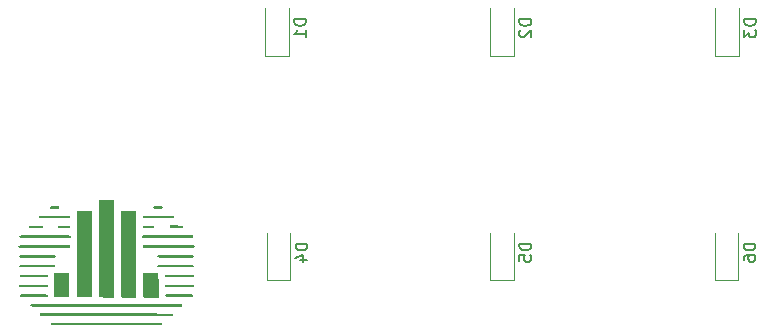
<source format=gbr>
%TF.GenerationSoftware,KiCad,Pcbnew,8.0.0*%
%TF.CreationDate,2024-03-12T01:41:40-04:00*%
%TF.ProjectId,mediaKeeb_V1,6d656469-614b-4656-9562-5f56312e6b69,rev?*%
%TF.SameCoordinates,Original*%
%TF.FileFunction,Legend,Bot*%
%TF.FilePolarity,Positive*%
%FSLAX46Y46*%
G04 Gerber Fmt 4.6, Leading zero omitted, Abs format (unit mm)*
G04 Created by KiCad (PCBNEW 8.0.0) date 2024-03-12 01:41:40*
%MOMM*%
%LPD*%
G01*
G04 APERTURE LIST*
%ADD10C,0.150000*%
%ADD11C,0.000000*%
%ADD12C,0.120000*%
G04 APERTURE END LIST*
D10*
X130036069Y-87611905D02*
X129036069Y-87611905D01*
X129036069Y-87611905D02*
X129036069Y-87850000D01*
X129036069Y-87850000D02*
X129083688Y-87992857D01*
X129083688Y-87992857D02*
X129178926Y-88088095D01*
X129178926Y-88088095D02*
X129274164Y-88135714D01*
X129274164Y-88135714D02*
X129464640Y-88183333D01*
X129464640Y-88183333D02*
X129607497Y-88183333D01*
X129607497Y-88183333D02*
X129797973Y-88135714D01*
X129797973Y-88135714D02*
X129893211Y-88088095D01*
X129893211Y-88088095D02*
X129988450Y-87992857D01*
X129988450Y-87992857D02*
X130036069Y-87850000D01*
X130036069Y-87850000D02*
X130036069Y-87611905D01*
X129369402Y-89040476D02*
X130036069Y-89040476D01*
X128988450Y-88802381D02*
X129702735Y-88564286D01*
X129702735Y-88564286D02*
X129702735Y-89183333D01*
X167963569Y-87611905D02*
X166963569Y-87611905D01*
X166963569Y-87611905D02*
X166963569Y-87850000D01*
X166963569Y-87850000D02*
X167011188Y-87992857D01*
X167011188Y-87992857D02*
X167106426Y-88088095D01*
X167106426Y-88088095D02*
X167201664Y-88135714D01*
X167201664Y-88135714D02*
X167392140Y-88183333D01*
X167392140Y-88183333D02*
X167534997Y-88183333D01*
X167534997Y-88183333D02*
X167725473Y-88135714D01*
X167725473Y-88135714D02*
X167820711Y-88088095D01*
X167820711Y-88088095D02*
X167915950Y-87992857D01*
X167915950Y-87992857D02*
X167963569Y-87850000D01*
X167963569Y-87850000D02*
X167963569Y-87611905D01*
X166963569Y-89040476D02*
X166963569Y-88850000D01*
X166963569Y-88850000D02*
X167011188Y-88754762D01*
X167011188Y-88754762D02*
X167058807Y-88707143D01*
X167058807Y-88707143D02*
X167201664Y-88611905D01*
X167201664Y-88611905D02*
X167392140Y-88564286D01*
X167392140Y-88564286D02*
X167773092Y-88564286D01*
X167773092Y-88564286D02*
X167868330Y-88611905D01*
X167868330Y-88611905D02*
X167915950Y-88659524D01*
X167915950Y-88659524D02*
X167963569Y-88754762D01*
X167963569Y-88754762D02*
X167963569Y-88945238D01*
X167963569Y-88945238D02*
X167915950Y-89040476D01*
X167915950Y-89040476D02*
X167868330Y-89088095D01*
X167868330Y-89088095D02*
X167773092Y-89135714D01*
X167773092Y-89135714D02*
X167534997Y-89135714D01*
X167534997Y-89135714D02*
X167439759Y-89088095D01*
X167439759Y-89088095D02*
X167392140Y-89040476D01*
X167392140Y-89040476D02*
X167344521Y-88945238D01*
X167344521Y-88945238D02*
X167344521Y-88754762D01*
X167344521Y-88754762D02*
X167392140Y-88659524D01*
X167392140Y-88659524D02*
X167439759Y-88611905D01*
X167439759Y-88611905D02*
X167534997Y-88564286D01*
X168011069Y-68611905D02*
X167011069Y-68611905D01*
X167011069Y-68611905D02*
X167011069Y-68850000D01*
X167011069Y-68850000D02*
X167058688Y-68992857D01*
X167058688Y-68992857D02*
X167153926Y-69088095D01*
X167153926Y-69088095D02*
X167249164Y-69135714D01*
X167249164Y-69135714D02*
X167439640Y-69183333D01*
X167439640Y-69183333D02*
X167582497Y-69183333D01*
X167582497Y-69183333D02*
X167772973Y-69135714D01*
X167772973Y-69135714D02*
X167868211Y-69088095D01*
X167868211Y-69088095D02*
X167963450Y-68992857D01*
X167963450Y-68992857D02*
X168011069Y-68850000D01*
X168011069Y-68850000D02*
X168011069Y-68611905D01*
X167011069Y-69516667D02*
X167011069Y-70135714D01*
X167011069Y-70135714D02*
X167392021Y-69802381D01*
X167392021Y-69802381D02*
X167392021Y-69945238D01*
X167392021Y-69945238D02*
X167439640Y-70040476D01*
X167439640Y-70040476D02*
X167487259Y-70088095D01*
X167487259Y-70088095D02*
X167582497Y-70135714D01*
X167582497Y-70135714D02*
X167820592Y-70135714D01*
X167820592Y-70135714D02*
X167915830Y-70088095D01*
X167915830Y-70088095D02*
X167963450Y-70040476D01*
X167963450Y-70040476D02*
X168011069Y-69945238D01*
X168011069Y-69945238D02*
X168011069Y-69659524D01*
X168011069Y-69659524D02*
X167963450Y-69564286D01*
X167963450Y-69564286D02*
X167915830Y-69516667D01*
X148986069Y-87611905D02*
X147986069Y-87611905D01*
X147986069Y-87611905D02*
X147986069Y-87850000D01*
X147986069Y-87850000D02*
X148033688Y-87992857D01*
X148033688Y-87992857D02*
X148128926Y-88088095D01*
X148128926Y-88088095D02*
X148224164Y-88135714D01*
X148224164Y-88135714D02*
X148414640Y-88183333D01*
X148414640Y-88183333D02*
X148557497Y-88183333D01*
X148557497Y-88183333D02*
X148747973Y-88135714D01*
X148747973Y-88135714D02*
X148843211Y-88088095D01*
X148843211Y-88088095D02*
X148938450Y-87992857D01*
X148938450Y-87992857D02*
X148986069Y-87850000D01*
X148986069Y-87850000D02*
X148986069Y-87611905D01*
X147986069Y-89088095D02*
X147986069Y-88611905D01*
X147986069Y-88611905D02*
X148462259Y-88564286D01*
X148462259Y-88564286D02*
X148414640Y-88611905D01*
X148414640Y-88611905D02*
X148367021Y-88707143D01*
X148367021Y-88707143D02*
X148367021Y-88945238D01*
X148367021Y-88945238D02*
X148414640Y-89040476D01*
X148414640Y-89040476D02*
X148462259Y-89088095D01*
X148462259Y-89088095D02*
X148557497Y-89135714D01*
X148557497Y-89135714D02*
X148795592Y-89135714D01*
X148795592Y-89135714D02*
X148890830Y-89088095D01*
X148890830Y-89088095D02*
X148938450Y-89040476D01*
X148938450Y-89040476D02*
X148986069Y-88945238D01*
X148986069Y-88945238D02*
X148986069Y-88707143D01*
X148986069Y-88707143D02*
X148938450Y-88611905D01*
X148938450Y-88611905D02*
X148890830Y-88564286D01*
X148986069Y-68611905D02*
X147986069Y-68611905D01*
X147986069Y-68611905D02*
X147986069Y-68850000D01*
X147986069Y-68850000D02*
X148033688Y-68992857D01*
X148033688Y-68992857D02*
X148128926Y-69088095D01*
X148128926Y-69088095D02*
X148224164Y-69135714D01*
X148224164Y-69135714D02*
X148414640Y-69183333D01*
X148414640Y-69183333D02*
X148557497Y-69183333D01*
X148557497Y-69183333D02*
X148747973Y-69135714D01*
X148747973Y-69135714D02*
X148843211Y-69088095D01*
X148843211Y-69088095D02*
X148938450Y-68992857D01*
X148938450Y-68992857D02*
X148986069Y-68850000D01*
X148986069Y-68850000D02*
X148986069Y-68611905D01*
X148081307Y-69564286D02*
X148033688Y-69611905D01*
X148033688Y-69611905D02*
X147986069Y-69707143D01*
X147986069Y-69707143D02*
X147986069Y-69945238D01*
X147986069Y-69945238D02*
X148033688Y-70040476D01*
X148033688Y-70040476D02*
X148081307Y-70088095D01*
X148081307Y-70088095D02*
X148176545Y-70135714D01*
X148176545Y-70135714D02*
X148271783Y-70135714D01*
X148271783Y-70135714D02*
X148414640Y-70088095D01*
X148414640Y-70088095D02*
X148986069Y-69516667D01*
X148986069Y-69516667D02*
X148986069Y-70135714D01*
X129923569Y-68611905D02*
X128923569Y-68611905D01*
X128923569Y-68611905D02*
X128923569Y-68850000D01*
X128923569Y-68850000D02*
X128971188Y-68992857D01*
X128971188Y-68992857D02*
X129066426Y-69088095D01*
X129066426Y-69088095D02*
X129161664Y-69135714D01*
X129161664Y-69135714D02*
X129352140Y-69183333D01*
X129352140Y-69183333D02*
X129494997Y-69183333D01*
X129494997Y-69183333D02*
X129685473Y-69135714D01*
X129685473Y-69135714D02*
X129780711Y-69088095D01*
X129780711Y-69088095D02*
X129875950Y-68992857D01*
X129875950Y-68992857D02*
X129923569Y-68850000D01*
X129923569Y-68850000D02*
X129923569Y-68611905D01*
X129923569Y-70135714D02*
X129923569Y-69564286D01*
X129923569Y-69850000D02*
X128923569Y-69850000D01*
X128923569Y-69850000D02*
X129066426Y-69754762D01*
X129066426Y-69754762D02*
X129161664Y-69659524D01*
X129161664Y-69659524D02*
X129209283Y-69564286D01*
D11*
%TO.C,G\u002A\u002A\u002A*%
G36*
X111656966Y-94306608D02*
G01*
X111888612Y-94306663D01*
X112122899Y-94306744D01*
X112359273Y-94306852D01*
X112597177Y-94306985D01*
X112836058Y-94307144D01*
X113075358Y-94307327D01*
X113314523Y-94307535D01*
X113552997Y-94307767D01*
X113790224Y-94308023D01*
X114025650Y-94308301D01*
X114258718Y-94308603D01*
X114488873Y-94308926D01*
X114715560Y-94309271D01*
X114938224Y-94309638D01*
X115156308Y-94310025D01*
X115369257Y-94310433D01*
X115576517Y-94310861D01*
X115777530Y-94311309D01*
X115971743Y-94311776D01*
X116158599Y-94312261D01*
X116337543Y-94312765D01*
X116508019Y-94313287D01*
X116669473Y-94313826D01*
X116821348Y-94314382D01*
X116963089Y-94314954D01*
X117094140Y-94315543D01*
X117213947Y-94316147D01*
X117321954Y-94316767D01*
X117417604Y-94317401D01*
X117500344Y-94318050D01*
X117569616Y-94318712D01*
X117624867Y-94319388D01*
X117665539Y-94320077D01*
X117691079Y-94320778D01*
X117700930Y-94321492D01*
X117716593Y-94330552D01*
X117735825Y-94353556D01*
X117747350Y-94383603D01*
X117751300Y-94417062D01*
X117747807Y-94450304D01*
X117737003Y-94479701D01*
X117719020Y-94501621D01*
X117693990Y-94512436D01*
X117692473Y-94512552D01*
X117676984Y-94512930D01*
X117645979Y-94513277D01*
X117600019Y-94513595D01*
X117539659Y-94513884D01*
X117465457Y-94514145D01*
X117377973Y-94514377D01*
X117277762Y-94514583D01*
X117165383Y-94514762D01*
X117041394Y-94514915D01*
X116906353Y-94515042D01*
X116760816Y-94515145D01*
X116605343Y-94515223D01*
X116440490Y-94515278D01*
X116266815Y-94515310D01*
X116084877Y-94515319D01*
X115895232Y-94515306D01*
X115698439Y-94515271D01*
X115495056Y-94515216D01*
X115285639Y-94515141D01*
X115070748Y-94515046D01*
X114850939Y-94514932D01*
X114626770Y-94514800D01*
X114398799Y-94514650D01*
X114167584Y-94514482D01*
X113933683Y-94514298D01*
X113697653Y-94514098D01*
X113460052Y-94513882D01*
X113221438Y-94513651D01*
X112982369Y-94513406D01*
X112743401Y-94513147D01*
X112505094Y-94512875D01*
X112268005Y-94512590D01*
X112032691Y-94512294D01*
X111799710Y-94511986D01*
X111569620Y-94511666D01*
X111342979Y-94511337D01*
X111120345Y-94510998D01*
X110902275Y-94510650D01*
X110689326Y-94510293D01*
X110482058Y-94509929D01*
X110281026Y-94509557D01*
X110086790Y-94509178D01*
X109899907Y-94508793D01*
X109720935Y-94508403D01*
X109550431Y-94508007D01*
X109388954Y-94507607D01*
X109237060Y-94507203D01*
X109095308Y-94506796D01*
X108964255Y-94506386D01*
X108844459Y-94505974D01*
X108736478Y-94505561D01*
X108640870Y-94505146D01*
X108558193Y-94504731D01*
X108489003Y-94504317D01*
X108433859Y-94503903D01*
X108393319Y-94503491D01*
X108367940Y-94503080D01*
X108358281Y-94502672D01*
X108351511Y-94500815D01*
X108316537Y-94484124D01*
X108295124Y-94459248D01*
X108287856Y-94426817D01*
X108288073Y-94421338D01*
X108293567Y-94392515D01*
X108304574Y-94360804D01*
X108318556Y-94332549D01*
X108332974Y-94314091D01*
X108335863Y-94313704D01*
X108353435Y-94313026D01*
X108386425Y-94312384D01*
X108434277Y-94311778D01*
X108496436Y-94311209D01*
X108572346Y-94310674D01*
X108661452Y-94310175D01*
X108763199Y-94309710D01*
X108877030Y-94309279D01*
X109002391Y-94308882D01*
X109138725Y-94308518D01*
X109285479Y-94308187D01*
X109442095Y-94307888D01*
X109608018Y-94307621D01*
X109782694Y-94307385D01*
X109965566Y-94307181D01*
X110156080Y-94307007D01*
X110353679Y-94306863D01*
X110557808Y-94306749D01*
X110767912Y-94306664D01*
X110983436Y-94306608D01*
X111203823Y-94306580D01*
X111428518Y-94306580D01*
X111656966Y-94306608D01*
G37*
G36*
X109028089Y-93529004D02*
G01*
X109225345Y-93529024D01*
X109432371Y-93529063D01*
X109648735Y-93529120D01*
X109874003Y-93529197D01*
X110107741Y-93529292D01*
X110349516Y-93529407D01*
X110598894Y-93529540D01*
X110855442Y-93529692D01*
X111118727Y-93529862D01*
X111388315Y-93530051D01*
X111663773Y-93530258D01*
X111944667Y-93530484D01*
X112230564Y-93530728D01*
X112521030Y-93530990D01*
X112815633Y-93531271D01*
X113113938Y-93531569D01*
X113354541Y-93531816D01*
X113700790Y-93532173D01*
X114031371Y-93532515D01*
X114346650Y-93532844D01*
X114646992Y-93533163D01*
X114932761Y-93533471D01*
X115204323Y-93533772D01*
X115462043Y-93534065D01*
X115706287Y-93534354D01*
X115937418Y-93534638D01*
X116155802Y-93534920D01*
X116361805Y-93535201D01*
X116555791Y-93535482D01*
X116738125Y-93535766D01*
X116909173Y-93536053D01*
X117069300Y-93536344D01*
X117218870Y-93536642D01*
X117358249Y-93536948D01*
X117487802Y-93537263D01*
X117607894Y-93537588D01*
X117718889Y-93537926D01*
X117821154Y-93538277D01*
X117915053Y-93538643D01*
X118000951Y-93539026D01*
X118079213Y-93539426D01*
X118150205Y-93539846D01*
X118214291Y-93540287D01*
X118271837Y-93540750D01*
X118323208Y-93541237D01*
X118368768Y-93541749D01*
X118408883Y-93542288D01*
X118443918Y-93542855D01*
X118474238Y-93543451D01*
X118500208Y-93544079D01*
X118522193Y-93544739D01*
X118540558Y-93545433D01*
X118555668Y-93546162D01*
X118567889Y-93546928D01*
X118577586Y-93547732D01*
X118585123Y-93548577D01*
X118590865Y-93549462D01*
X118595178Y-93550390D01*
X118598427Y-93551362D01*
X118600977Y-93552380D01*
X118603193Y-93553445D01*
X118623474Y-93565896D01*
X118650522Y-93592420D01*
X118666721Y-93622781D01*
X118669569Y-93653218D01*
X118666027Y-93668266D01*
X118651944Y-93697901D01*
X118631880Y-93719892D01*
X118609222Y-93729932D01*
X118607162Y-93729992D01*
X118590936Y-93730127D01*
X118559032Y-93730259D01*
X118511870Y-93730386D01*
X118449867Y-93730509D01*
X118373441Y-93730628D01*
X118283010Y-93730743D01*
X118178991Y-93730853D01*
X118061804Y-93730959D01*
X117931866Y-93731059D01*
X117789594Y-93731155D01*
X117635408Y-93731245D01*
X117469724Y-93731331D01*
X117292961Y-93731411D01*
X117105537Y-93731485D01*
X116907870Y-93731554D01*
X116700377Y-93731617D01*
X116483477Y-93731674D01*
X116257588Y-93731725D01*
X116023128Y-93731770D01*
X115780514Y-93731808D01*
X115530165Y-93731840D01*
X115272499Y-93731865D01*
X115007933Y-93731884D01*
X114736886Y-93731896D01*
X114459775Y-93731900D01*
X114177019Y-93731897D01*
X113889035Y-93731887D01*
X113596242Y-93731870D01*
X113299057Y-93731845D01*
X112997899Y-93731812D01*
X107408776Y-93731134D01*
X107389150Y-93712697D01*
X107381008Y-93704322D01*
X107360052Y-93669856D01*
X107354069Y-93632592D01*
X107363094Y-93595452D01*
X107387168Y-93561357D01*
X107412976Y-93535558D01*
X107535053Y-93530764D01*
X107535129Y-93530761D01*
X107550088Y-93530508D01*
X107580885Y-93530275D01*
X107627087Y-93530061D01*
X107688261Y-93529867D01*
X107763973Y-93529693D01*
X107853790Y-93529539D01*
X107957279Y-93529404D01*
X108074005Y-93529289D01*
X108203536Y-93529193D01*
X108345438Y-93529117D01*
X108499278Y-93529060D01*
X108664622Y-93529022D01*
X108841036Y-93529003D01*
X109028089Y-93529004D01*
G37*
G36*
X116142921Y-92754727D02*
G01*
X116395785Y-92754754D01*
X116635727Y-92754796D01*
X116863065Y-92754854D01*
X117078115Y-92754928D01*
X117281195Y-92755019D01*
X117472622Y-92755127D01*
X117652713Y-92755253D01*
X117821784Y-92755397D01*
X117980154Y-92755559D01*
X118128138Y-92755741D01*
X118266054Y-92755943D01*
X118394219Y-92756165D01*
X118512951Y-92756407D01*
X118622565Y-92756670D01*
X118723380Y-92756955D01*
X118815711Y-92757262D01*
X118899877Y-92757592D01*
X118976194Y-92757945D01*
X119044980Y-92758321D01*
X119106551Y-92758721D01*
X119161224Y-92759145D01*
X119209317Y-92759594D01*
X119251146Y-92760069D01*
X119287028Y-92760570D01*
X119317281Y-92761097D01*
X119342222Y-92761651D01*
X119362168Y-92762232D01*
X119377435Y-92762841D01*
X119388340Y-92763479D01*
X119395202Y-92764145D01*
X119398336Y-92764840D01*
X119421672Y-92781437D01*
X119439778Y-92810356D01*
X119445626Y-92849375D01*
X119443276Y-92876147D01*
X119432469Y-92910177D01*
X119414653Y-92935390D01*
X119391779Y-92948204D01*
X119391099Y-92948270D01*
X119378197Y-92948568D01*
X119349606Y-92948857D01*
X119305809Y-92949136D01*
X119247288Y-92949407D01*
X119174526Y-92949668D01*
X119088008Y-92949920D01*
X118988215Y-92950163D01*
X118875631Y-92950397D01*
X118750739Y-92950621D01*
X118614021Y-92950837D01*
X118465962Y-92951043D01*
X118307043Y-92951240D01*
X118137749Y-92951427D01*
X117958561Y-92951606D01*
X117769963Y-92951775D01*
X117572439Y-92951936D01*
X117366470Y-92952086D01*
X117152541Y-92952228D01*
X116931133Y-92952361D01*
X116702731Y-92952484D01*
X116467818Y-92952598D01*
X116226875Y-92952704D01*
X115980387Y-92952799D01*
X115728836Y-92952886D01*
X115472705Y-92952963D01*
X115212478Y-92953032D01*
X114948637Y-92953091D01*
X114681666Y-92953140D01*
X114412047Y-92953181D01*
X114140263Y-92953213D01*
X113866799Y-92953235D01*
X113592135Y-92953248D01*
X113316757Y-92953252D01*
X113041146Y-92953246D01*
X112765786Y-92953232D01*
X112491159Y-92953208D01*
X112217750Y-92953175D01*
X111946040Y-92953133D01*
X111676513Y-92953082D01*
X111409652Y-92953021D01*
X111145939Y-92952951D01*
X110885859Y-92952872D01*
X110629894Y-92952784D01*
X110378526Y-92952687D01*
X110132240Y-92952580D01*
X109891518Y-92952464D01*
X109656842Y-92952339D01*
X109428697Y-92952205D01*
X109207566Y-92952062D01*
X108993930Y-92951909D01*
X108788274Y-92951747D01*
X108591080Y-92951576D01*
X108402831Y-92951396D01*
X108224010Y-92951207D01*
X108055101Y-92951008D01*
X107896587Y-92950800D01*
X107748949Y-92950583D01*
X107612673Y-92950357D01*
X107488240Y-92950121D01*
X107376133Y-92949877D01*
X107276836Y-92949623D01*
X107190831Y-92949360D01*
X107118603Y-92949087D01*
X107060633Y-92948806D01*
X107017404Y-92948515D01*
X106989401Y-92948215D01*
X106975254Y-92948003D01*
X106890142Y-92946722D01*
X106819582Y-92945480D01*
X106762080Y-92944019D01*
X106716139Y-92942080D01*
X106680264Y-92939403D01*
X106652960Y-92935731D01*
X106632730Y-92930803D01*
X106618080Y-92924362D01*
X106607513Y-92916149D01*
X106599535Y-92905904D01*
X106592648Y-92893368D01*
X106585359Y-92878284D01*
X106583493Y-92874407D01*
X106574415Y-92852097D01*
X106572917Y-92835754D01*
X106578164Y-92818427D01*
X106590385Y-92796826D01*
X106608114Y-92775436D01*
X106627992Y-92756761D01*
X113002221Y-92755154D01*
X113233375Y-92755097D01*
X113616798Y-92755008D01*
X113984446Y-92754929D01*
X114336636Y-92754862D01*
X114673686Y-92754807D01*
X114995912Y-92754764D01*
X115303632Y-92754734D01*
X115597162Y-92754718D01*
X115876819Y-92754715D01*
X116142921Y-92754727D01*
G37*
G36*
X117177498Y-90120599D02*
G01*
X117245263Y-90120859D01*
X117304360Y-90121291D01*
X117353267Y-90121905D01*
X117390464Y-90122708D01*
X117414427Y-90123709D01*
X117423637Y-90124917D01*
X117423660Y-90124948D01*
X117424434Y-90134153D01*
X117425242Y-90158627D01*
X117426074Y-90197391D01*
X117426923Y-90249466D01*
X117427777Y-90313875D01*
X117428628Y-90389639D01*
X117429465Y-90475779D01*
X117430280Y-90571318D01*
X117431062Y-90675276D01*
X117431803Y-90786676D01*
X117432493Y-90904539D01*
X117433122Y-91027887D01*
X117433680Y-91155741D01*
X117437788Y-92180681D01*
X117418301Y-92184661D01*
X117417039Y-92184849D01*
X117401688Y-92185679D01*
X117372231Y-92186367D01*
X117330187Y-92186918D01*
X117277074Y-92187339D01*
X117214412Y-92187634D01*
X117143721Y-92187809D01*
X117066519Y-92187870D01*
X116984325Y-92187824D01*
X116898659Y-92187674D01*
X116811040Y-92187427D01*
X116722987Y-92187090D01*
X116636020Y-92186666D01*
X116551656Y-92186163D01*
X116471416Y-92185585D01*
X116396819Y-92184939D01*
X116329383Y-92184229D01*
X116270629Y-92183463D01*
X116222074Y-92182645D01*
X116185239Y-92181780D01*
X116161643Y-92180876D01*
X116152804Y-92179937D01*
X116152509Y-92179009D01*
X116151508Y-92165670D01*
X116150591Y-92137581D01*
X116149758Y-92095935D01*
X116149008Y-92041926D01*
X116148341Y-91976747D01*
X116147757Y-91901591D01*
X116147254Y-91817651D01*
X116146832Y-91726122D01*
X116146492Y-91628196D01*
X116146232Y-91525066D01*
X116146051Y-91417926D01*
X116145950Y-91307970D01*
X116145928Y-91196390D01*
X116145985Y-91084380D01*
X116146119Y-90973133D01*
X116146331Y-90863843D01*
X116146620Y-90757703D01*
X116146985Y-90655906D01*
X116147427Y-90559646D01*
X116147944Y-90470115D01*
X116148536Y-90388508D01*
X116149202Y-90316017D01*
X116149943Y-90253837D01*
X116150757Y-90203159D01*
X116151644Y-90165179D01*
X116152604Y-90141088D01*
X116153636Y-90132080D01*
X116155412Y-90131558D01*
X116170628Y-90130261D01*
X116199997Y-90129008D01*
X116241998Y-90127807D01*
X116295110Y-90126667D01*
X116357810Y-90125596D01*
X116428578Y-90124603D01*
X116505893Y-90123697D01*
X116588232Y-90122887D01*
X116674074Y-90122180D01*
X116761899Y-90121585D01*
X116850183Y-90121112D01*
X116937407Y-90120768D01*
X117022048Y-90120562D01*
X117102586Y-90120503D01*
X117177498Y-90120599D01*
G37*
G36*
X114882295Y-84865809D02*
G01*
X114979166Y-84865918D01*
X115072468Y-84866198D01*
X115159854Y-84866634D01*
X115240031Y-84867212D01*
X115311703Y-84867916D01*
X115373574Y-84868732D01*
X115424350Y-84869645D01*
X115462735Y-84870641D01*
X115487433Y-84871704D01*
X115497150Y-84872820D01*
X115498214Y-84874963D01*
X115499462Y-84881998D01*
X115500632Y-84894443D01*
X115501732Y-84912901D01*
X115502767Y-84937976D01*
X115503746Y-84970272D01*
X115504673Y-85010392D01*
X115505557Y-85058941D01*
X115506403Y-85116522D01*
X115507218Y-85183739D01*
X115508008Y-85261195D01*
X115508780Y-85349494D01*
X115509542Y-85449240D01*
X115510298Y-85561037D01*
X115511057Y-85685488D01*
X115511824Y-85823197D01*
X115512606Y-85974768D01*
X115513410Y-86140805D01*
X115514242Y-86321911D01*
X115515109Y-86518690D01*
X115515300Y-86562859D01*
X115516611Y-86871141D01*
X115517867Y-87174672D01*
X115519066Y-87473039D01*
X115520207Y-87765830D01*
X115521291Y-88052636D01*
X115522314Y-88333043D01*
X115523278Y-88606640D01*
X115524180Y-88873015D01*
X115525020Y-89131758D01*
X115525798Y-89382456D01*
X115526511Y-89624697D01*
X115527159Y-89858071D01*
X115527742Y-90082166D01*
X115528258Y-90296569D01*
X115528707Y-90500870D01*
X115529087Y-90694656D01*
X115529398Y-90877517D01*
X115529638Y-91049040D01*
X115529807Y-91208814D01*
X115529904Y-91356427D01*
X115529928Y-91491468D01*
X115529879Y-91613526D01*
X115529754Y-91722188D01*
X115529554Y-91817043D01*
X115529277Y-91897679D01*
X115528922Y-91963685D01*
X115528489Y-92014649D01*
X115527977Y-92050160D01*
X115527384Y-92069805D01*
X115521286Y-92181296D01*
X115483440Y-92183743D01*
X115480671Y-92183905D01*
X115455725Y-92184788D01*
X115416671Y-92185591D01*
X115365357Y-92186309D01*
X115303627Y-92186940D01*
X115233331Y-92187481D01*
X115156313Y-92187929D01*
X115074421Y-92188279D01*
X114989502Y-92188528D01*
X114903402Y-92188674D01*
X114817968Y-92188713D01*
X114735046Y-92188641D01*
X114656485Y-92188455D01*
X114584129Y-92188153D01*
X114519827Y-92187730D01*
X114465424Y-92187183D01*
X114422767Y-92186509D01*
X114393704Y-92185705D01*
X114261454Y-92180389D01*
X114261454Y-88538778D01*
X114261455Y-88455720D01*
X114261480Y-88131480D01*
X114261536Y-87823379D01*
X114261626Y-87531307D01*
X114261748Y-87255156D01*
X114261903Y-86994814D01*
X114262093Y-86750172D01*
X114262315Y-86521121D01*
X114262572Y-86307550D01*
X114262863Y-86109348D01*
X114263189Y-85926408D01*
X114263549Y-85758618D01*
X114263944Y-85605868D01*
X114264375Y-85468049D01*
X114264841Y-85345051D01*
X114265343Y-85236764D01*
X114265881Y-85143077D01*
X114266455Y-85063882D01*
X114267066Y-84999068D01*
X114267713Y-84948526D01*
X114268398Y-84912144D01*
X114269120Y-84889814D01*
X114269879Y-84881426D01*
X114270854Y-84879775D01*
X114273403Y-84877034D01*
X114277857Y-84874674D01*
X114285321Y-84872666D01*
X114296901Y-84870984D01*
X114313703Y-84869597D01*
X114336831Y-84868479D01*
X114367393Y-84867601D01*
X114406492Y-84866935D01*
X114455234Y-84866453D01*
X114514726Y-84866126D01*
X114586072Y-84865926D01*
X114670379Y-84865825D01*
X114768751Y-84865796D01*
X114882295Y-84865809D01*
G37*
G36*
X112800259Y-83923071D02*
G01*
X112904914Y-83923260D01*
X113024927Y-83923611D01*
X113647004Y-83925697D01*
X113644754Y-87966421D01*
X113644630Y-88178372D01*
X113644465Y-88431737D01*
X113644286Y-88680912D01*
X113644092Y-88925393D01*
X113643885Y-89164677D01*
X113643665Y-89398260D01*
X113643434Y-89625639D01*
X113643192Y-89846310D01*
X113642940Y-90059769D01*
X113642679Y-90265513D01*
X113642410Y-90463037D01*
X113642134Y-90651840D01*
X113641850Y-90831416D01*
X113641561Y-91001262D01*
X113641267Y-91160875D01*
X113640969Y-91309751D01*
X113640667Y-91447387D01*
X113640364Y-91573278D01*
X113640058Y-91686921D01*
X113639752Y-91787813D01*
X113639445Y-91875449D01*
X113639140Y-91949327D01*
X113638836Y-92008943D01*
X113638534Y-92053792D01*
X113638236Y-92083372D01*
X113637943Y-92097179D01*
X113633381Y-92187213D01*
X113021673Y-92183722D01*
X113015079Y-92183685D01*
X112917051Y-92183070D01*
X112823889Y-92182390D01*
X112736860Y-92181662D01*
X112657232Y-92180898D01*
X112586274Y-92180115D01*
X112525252Y-92179328D01*
X112475436Y-92178551D01*
X112438092Y-92177799D01*
X112414489Y-92177088D01*
X112405895Y-92176433D01*
X112405231Y-92167994D01*
X112404563Y-92143855D01*
X112403902Y-92104613D01*
X112403250Y-92050862D01*
X112402605Y-91983193D01*
X112401970Y-91902198D01*
X112401345Y-91808467D01*
X112400730Y-91702594D01*
X112400127Y-91585169D01*
X112399535Y-91456785D01*
X112398956Y-91318034D01*
X112398391Y-91169506D01*
X112397839Y-91011795D01*
X112397302Y-90845490D01*
X112396781Y-90671186D01*
X112396275Y-90489472D01*
X112395786Y-90300941D01*
X112395315Y-90106185D01*
X112394861Y-89905795D01*
X112394427Y-89700363D01*
X112394012Y-89490481D01*
X112393617Y-89276740D01*
X112393242Y-89059733D01*
X112392890Y-88840051D01*
X112392559Y-88618286D01*
X112392252Y-88395029D01*
X112391968Y-88170873D01*
X112391708Y-87946409D01*
X112391473Y-87722228D01*
X112391264Y-87498924D01*
X112391081Y-87277086D01*
X112390925Y-87057308D01*
X112390796Y-86840181D01*
X112390696Y-86626296D01*
X112390626Y-86416245D01*
X112390584Y-86210621D01*
X112390574Y-86010014D01*
X112390594Y-85815018D01*
X112390646Y-85626222D01*
X112390730Y-85444220D01*
X112390848Y-85269602D01*
X112391000Y-85102961D01*
X112391186Y-84944889D01*
X112391407Y-84795977D01*
X112391664Y-84656816D01*
X112391958Y-84527999D01*
X112392288Y-84410118D01*
X112392657Y-84303763D01*
X112393065Y-84209528D01*
X112393511Y-84128003D01*
X112393998Y-84059781D01*
X112394526Y-84005452D01*
X112395094Y-83965610D01*
X112395705Y-83940845D01*
X112396359Y-83931750D01*
X112397923Y-83930659D01*
X112405687Y-83928848D01*
X112420543Y-83927306D01*
X112443409Y-83926022D01*
X112475204Y-83924985D01*
X112516847Y-83924181D01*
X112569255Y-83923600D01*
X112633348Y-83923229D01*
X112710043Y-83923057D01*
X112800259Y-83923071D01*
G37*
G36*
X111438663Y-84875556D02*
G01*
X111518694Y-84875795D01*
X111590018Y-84876174D01*
X111651373Y-84876684D01*
X111701498Y-84877317D01*
X111739132Y-84878066D01*
X111763012Y-84878921D01*
X111771877Y-84879875D01*
X111772024Y-84880977D01*
X111772459Y-84894881D01*
X111772899Y-84924217D01*
X111773344Y-84968351D01*
X111773792Y-85026655D01*
X111774243Y-85098495D01*
X111774696Y-85183243D01*
X111775150Y-85280266D01*
X111775604Y-85388933D01*
X111776058Y-85508615D01*
X111776509Y-85638679D01*
X111776958Y-85778495D01*
X111777403Y-85927432D01*
X111777843Y-86084858D01*
X111778278Y-86250144D01*
X111778707Y-86422657D01*
X111779129Y-86601767D01*
X111779542Y-86786844D01*
X111779947Y-86977255D01*
X111780341Y-87172370D01*
X111780725Y-87371559D01*
X111781097Y-87574190D01*
X111781456Y-87779632D01*
X111781802Y-87987254D01*
X111782133Y-88196425D01*
X111782449Y-88406515D01*
X111782749Y-88616892D01*
X111783031Y-88826925D01*
X111783295Y-89035984D01*
X111783540Y-89243437D01*
X111783766Y-89448654D01*
X111783970Y-89651003D01*
X111784153Y-89849854D01*
X111784313Y-90044575D01*
X111784449Y-90234536D01*
X111784562Y-90419106D01*
X111784648Y-90597653D01*
X111784709Y-90769547D01*
X111784742Y-90934157D01*
X111784747Y-91090852D01*
X111784723Y-91239000D01*
X111784670Y-91377972D01*
X111784585Y-91507135D01*
X111784469Y-91625859D01*
X111784320Y-91733514D01*
X111784138Y-91829467D01*
X111783921Y-91913089D01*
X111783669Y-91983747D01*
X111783381Y-92040812D01*
X111783055Y-92083652D01*
X111782692Y-92111636D01*
X111782289Y-92124133D01*
X111776900Y-92182121D01*
X111144022Y-92182121D01*
X110511145Y-92182121D01*
X110507740Y-91984765D01*
X110507727Y-91984018D01*
X110507463Y-91958223D01*
X110507256Y-91916920D01*
X110507104Y-91860849D01*
X110507007Y-91790747D01*
X110506963Y-91707353D01*
X110506971Y-91611404D01*
X110507030Y-91503639D01*
X110507140Y-91384795D01*
X110507298Y-91255612D01*
X110507504Y-91116828D01*
X110507757Y-90969179D01*
X110508056Y-90813405D01*
X110508399Y-90650244D01*
X110508786Y-90480434D01*
X110509215Y-90304713D01*
X110509686Y-90123819D01*
X110510196Y-89938490D01*
X110510746Y-89749465D01*
X110511334Y-89557482D01*
X110511347Y-89553219D01*
X110511988Y-89346107D01*
X110512628Y-89134198D01*
X110513263Y-88918730D01*
X110513890Y-88700944D01*
X110514506Y-88482080D01*
X110515109Y-88263376D01*
X110515694Y-88046073D01*
X110516258Y-87831410D01*
X110516799Y-87620627D01*
X110517314Y-87414963D01*
X110517798Y-87215659D01*
X110518250Y-87023954D01*
X110518666Y-86841087D01*
X110519042Y-86668299D01*
X110519376Y-86506829D01*
X110519664Y-86357917D01*
X110519904Y-86222802D01*
X110520092Y-86102724D01*
X110521852Y-84877892D01*
X111143982Y-84875806D01*
X111158945Y-84875758D01*
X111257527Y-84875529D01*
X111351187Y-84875464D01*
X111438663Y-84875556D01*
G37*
G36*
X109264511Y-90119037D02*
G01*
X109363591Y-90119160D01*
X109457682Y-90119442D01*
X109545528Y-90119869D01*
X109625876Y-90120429D01*
X109697472Y-90121107D01*
X109759062Y-90121890D01*
X109809391Y-90122766D01*
X109847206Y-90123720D01*
X109871252Y-90124740D01*
X109880275Y-90125812D01*
X109880551Y-90126811D01*
X109881461Y-90140306D01*
X109882350Y-90168508D01*
X109883214Y-90210208D01*
X109884049Y-90264197D01*
X109884851Y-90329267D01*
X109885616Y-90404210D01*
X109886339Y-90487816D01*
X109887018Y-90578877D01*
X109887647Y-90676185D01*
X109888223Y-90778530D01*
X109888742Y-90884705D01*
X109889199Y-90993500D01*
X109889591Y-91103707D01*
X109889914Y-91214118D01*
X109890163Y-91323524D01*
X109890335Y-91430715D01*
X109890426Y-91534485D01*
X109890431Y-91633623D01*
X109890346Y-91726921D01*
X109890168Y-91813172D01*
X109889892Y-91891165D01*
X109889515Y-91959694D01*
X109889032Y-92017548D01*
X109888439Y-92063519D01*
X109887733Y-92096399D01*
X109886909Y-92114979D01*
X109881525Y-92182121D01*
X109243358Y-92182121D01*
X108605192Y-92182121D01*
X108607258Y-91150577D01*
X108609324Y-90119033D01*
X109241409Y-90119033D01*
X109264511Y-90119037D01*
G37*
G36*
X119888122Y-91914655D02*
G01*
X119969662Y-91914862D01*
X120039963Y-91915201D01*
X120099774Y-91915675D01*
X120149845Y-91916290D01*
X120190925Y-91917051D01*
X120223765Y-91917963D01*
X120249113Y-91919032D01*
X120267721Y-91920261D01*
X120280336Y-91921656D01*
X120287710Y-91923222D01*
X120305711Y-91931926D01*
X120332142Y-91956923D01*
X120350209Y-91990731D01*
X120356995Y-92028902D01*
X120356018Y-92041586D01*
X120343550Y-92073765D01*
X120319204Y-92098838D01*
X120286118Y-92113080D01*
X120275709Y-92114226D01*
X120249526Y-92115760D01*
X120210299Y-92117376D01*
X120159814Y-92119021D01*
X120099858Y-92120643D01*
X120032217Y-92122190D01*
X119958680Y-92123610D01*
X119881031Y-92124852D01*
X119862255Y-92125109D01*
X119790016Y-92125932D01*
X119704243Y-92126699D01*
X119607044Y-92127402D01*
X119500526Y-92128031D01*
X119386799Y-92128576D01*
X119267969Y-92129028D01*
X119146146Y-92129379D01*
X119023437Y-92129618D01*
X118901950Y-92129736D01*
X118783793Y-92129724D01*
X118060922Y-92129222D01*
X118028152Y-92094087D01*
X118013794Y-92078133D01*
X118002411Y-92061794D01*
X117998882Y-92047237D01*
X118000915Y-92028980D01*
X118003571Y-92017993D01*
X118015176Y-91988648D01*
X118031497Y-91960037D01*
X118049437Y-91937122D01*
X118065898Y-91924865D01*
X118068022Y-91924569D01*
X118084310Y-91923816D01*
X118115526Y-91923046D01*
X118160707Y-91922267D01*
X118218891Y-91921487D01*
X118289116Y-91920714D01*
X118370420Y-91919955D01*
X118461840Y-91919220D01*
X118562414Y-91918516D01*
X118671181Y-91917850D01*
X118787177Y-91917231D01*
X118909440Y-91916667D01*
X119037008Y-91916166D01*
X119168920Y-91915735D01*
X119285583Y-91915405D01*
X119434568Y-91915034D01*
X119568565Y-91914768D01*
X119688323Y-91914613D01*
X119794592Y-91914573D01*
X119888122Y-91914655D01*
G37*
G36*
X107002027Y-91913891D02*
G01*
X107113799Y-91914060D01*
X107222601Y-91914326D01*
X107327236Y-91914688D01*
X107426507Y-91915146D01*
X107519217Y-91915702D01*
X107604168Y-91916357D01*
X107680165Y-91917111D01*
X107746009Y-91917964D01*
X107800504Y-91918919D01*
X107842453Y-91919974D01*
X107870658Y-91921132D01*
X107889372Y-91922259D01*
X107937174Y-91925981D01*
X107972422Y-91930844D01*
X107997925Y-91937819D01*
X108016494Y-91947878D01*
X108030936Y-91961994D01*
X108044062Y-91981138D01*
X108056895Y-92011005D01*
X108058220Y-92044673D01*
X108046860Y-92084370D01*
X108043985Y-92091136D01*
X108030144Y-92112476D01*
X108012271Y-92121869D01*
X107996298Y-92125752D01*
X107982666Y-92129924D01*
X107981402Y-92130061D01*
X107967132Y-92130424D01*
X107937867Y-92130727D01*
X107894565Y-92130969D01*
X107838184Y-92131149D01*
X107769682Y-92131269D01*
X107690017Y-92131328D01*
X107600146Y-92131325D01*
X107501028Y-92131262D01*
X107393621Y-92131137D01*
X107278882Y-92130950D01*
X107157769Y-92130702D01*
X107031241Y-92130392D01*
X106900256Y-92130021D01*
X106802818Y-92129713D01*
X106645281Y-92129146D01*
X106503164Y-92128538D01*
X106375920Y-92127883D01*
X106263004Y-92127173D01*
X106163872Y-92126402D01*
X106077978Y-92125565D01*
X106004776Y-92124655D01*
X105943721Y-92123665D01*
X105894268Y-92122590D01*
X105855872Y-92121422D01*
X105827987Y-92120157D01*
X105810068Y-92118786D01*
X105801570Y-92117305D01*
X105773782Y-92101854D01*
X105743933Y-92074362D01*
X105723874Y-92042848D01*
X105720870Y-92021692D01*
X105727029Y-91992104D01*
X105741105Y-91962173D01*
X105760518Y-91937179D01*
X105782690Y-91922400D01*
X105783017Y-91922304D01*
X105795697Y-91921129D01*
X105823362Y-91920039D01*
X105864815Y-91919034D01*
X105918860Y-91918115D01*
X105984299Y-91917282D01*
X106059935Y-91916538D01*
X106144572Y-91915881D01*
X106237011Y-91915313D01*
X106336057Y-91914835D01*
X106440512Y-91914447D01*
X106549179Y-91914151D01*
X106660861Y-91913946D01*
X106774361Y-91913834D01*
X106888482Y-91913815D01*
X107002027Y-91913891D01*
G37*
G36*
X106490923Y-91092606D02*
G01*
X106615952Y-91092702D01*
X106745942Y-91092880D01*
X106879910Y-91093143D01*
X107034111Y-91093498D01*
X107176101Y-91093850D01*
X107303438Y-91094204D01*
X107416943Y-91094572D01*
X107517435Y-91094967D01*
X107605733Y-91095399D01*
X107682659Y-91095882D01*
X107749032Y-91096427D01*
X107805673Y-91097048D01*
X107853400Y-91097756D01*
X107893035Y-91098562D01*
X107925397Y-91099481D01*
X107951306Y-91100523D01*
X107971583Y-91101700D01*
X107987047Y-91103026D01*
X107998518Y-91104512D01*
X108006817Y-91106171D01*
X108012763Y-91108014D01*
X108017177Y-91110054D01*
X108018083Y-91110557D01*
X108040410Y-91126975D01*
X108057684Y-91146037D01*
X108059609Y-91149156D01*
X108069845Y-91178708D01*
X108070877Y-91211938D01*
X108063693Y-91244073D01*
X108049285Y-91270342D01*
X108028642Y-91285974D01*
X108027559Y-91286239D01*
X108012653Y-91287426D01*
X107981798Y-91288497D01*
X107935264Y-91289450D01*
X107873321Y-91290284D01*
X107796240Y-91290997D01*
X107704290Y-91291588D01*
X107597743Y-91292055D01*
X107476868Y-91292397D01*
X107341936Y-91292612D01*
X107193216Y-91292699D01*
X107030979Y-91292657D01*
X106855495Y-91292483D01*
X106804124Y-91292415D01*
X106649299Y-91292204D01*
X106509691Y-91291995D01*
X106384489Y-91291776D01*
X106272885Y-91291535D01*
X106174070Y-91291260D01*
X106087235Y-91290938D01*
X106011570Y-91290557D01*
X105946266Y-91290104D01*
X105890514Y-91289569D01*
X105843505Y-91288938D01*
X105804431Y-91288199D01*
X105772480Y-91287340D01*
X105746846Y-91286350D01*
X105726718Y-91285214D01*
X105711287Y-91283923D01*
X105699745Y-91282462D01*
X105691282Y-91280821D01*
X105685088Y-91278986D01*
X105680356Y-91276946D01*
X105676275Y-91274688D01*
X105674118Y-91273381D01*
X105650807Y-91255726D01*
X105632174Y-91236318D01*
X105622083Y-91220051D01*
X105620057Y-91204570D01*
X105625321Y-91182136D01*
X105629934Y-91168655D01*
X105651569Y-91131699D01*
X105682982Y-91107635D01*
X105724760Y-91095954D01*
X105729673Y-91095627D01*
X105751044Y-91095035D01*
X105787203Y-91094502D01*
X105837168Y-91094028D01*
X105899956Y-91093617D01*
X105974583Y-91093272D01*
X106060068Y-91092994D01*
X106155427Y-91092786D01*
X106259677Y-91092651D01*
X106371837Y-91092590D01*
X106490923Y-91092606D01*
G37*
G36*
X119103853Y-91088470D02*
G01*
X119223564Y-91088648D01*
X119342989Y-91088936D01*
X119460998Y-91089331D01*
X119576457Y-91089833D01*
X119688236Y-91090438D01*
X119795202Y-91091146D01*
X119896225Y-91091954D01*
X119990172Y-91092860D01*
X120075911Y-91093862D01*
X120152311Y-91094960D01*
X120218241Y-91096150D01*
X120272567Y-91097430D01*
X120314160Y-91098800D01*
X120341886Y-91100257D01*
X120354614Y-91101799D01*
X120371657Y-91110088D01*
X120393162Y-91131424D01*
X120407255Y-91159588D01*
X120413798Y-91191104D01*
X120412654Y-91222493D01*
X120403683Y-91250277D01*
X120386750Y-91270979D01*
X120361716Y-91281121D01*
X120355479Y-91281395D01*
X120333453Y-91281782D01*
X120296775Y-91282170D01*
X120246394Y-91282555D01*
X120183256Y-91282933D01*
X120108311Y-91283302D01*
X120022505Y-91283658D01*
X119926787Y-91283996D01*
X119822104Y-91284314D01*
X119709406Y-91284608D01*
X119589638Y-91284874D01*
X119463750Y-91285110D01*
X119332690Y-91285311D01*
X119197404Y-91285473D01*
X119106253Y-91285560D01*
X118949131Y-91285664D01*
X118807236Y-91285689D01*
X118679886Y-91285630D01*
X118566399Y-91285483D01*
X118466092Y-91285240D01*
X118378283Y-91284898D01*
X118302290Y-91284451D01*
X118237431Y-91283893D01*
X118183023Y-91283219D01*
X118138385Y-91282424D01*
X118102833Y-91281503D01*
X118075686Y-91280450D01*
X118056262Y-91279260D01*
X118043878Y-91277928D01*
X118037852Y-91276448D01*
X118035386Y-91275051D01*
X118017657Y-91258707D01*
X117999984Y-91234363D01*
X117986376Y-91208319D01*
X117980845Y-91186876D01*
X117980848Y-91186175D01*
X117986165Y-91164027D01*
X117998958Y-91137454D01*
X118015384Y-91113184D01*
X118031603Y-91097949D01*
X118036571Y-91096980D01*
X118057006Y-91095563D01*
X118091868Y-91094280D01*
X118140025Y-91093128D01*
X118200345Y-91092107D01*
X118271698Y-91091215D01*
X118352950Y-91090448D01*
X118442970Y-91089807D01*
X118540628Y-91089288D01*
X118644790Y-91088890D01*
X118754325Y-91088611D01*
X118868102Y-91088449D01*
X118984989Y-91088403D01*
X119103853Y-91088470D01*
G37*
G36*
X119184691Y-90253318D02*
G01*
X119344770Y-90253353D01*
X119489589Y-90253449D01*
X119619943Y-90253623D01*
X119736626Y-90253893D01*
X119840433Y-90254279D01*
X119932158Y-90254797D01*
X120012596Y-90255467D01*
X120082542Y-90256306D01*
X120142789Y-90257333D01*
X120194132Y-90258566D01*
X120237366Y-90260022D01*
X120273286Y-90261721D01*
X120302686Y-90263680D01*
X120326360Y-90265918D01*
X120345103Y-90268453D01*
X120359709Y-90271302D01*
X120370974Y-90274484D01*
X120379691Y-90278018D01*
X120386655Y-90281922D01*
X120396057Y-90290346D01*
X120407755Y-90315648D01*
X120409650Y-90349536D01*
X120401297Y-90388752D01*
X120396312Y-90402766D01*
X120387273Y-90424393D01*
X120380346Y-90436431D01*
X120379853Y-90436732D01*
X120367466Y-90438593D01*
X120339452Y-90440393D01*
X120296369Y-90442116D01*
X120238778Y-90443750D01*
X120167238Y-90445279D01*
X120082310Y-90446691D01*
X119984552Y-90447971D01*
X119874525Y-90449105D01*
X119866556Y-90449177D01*
X119719405Y-90450397D01*
X119572738Y-90451404D01*
X119427483Y-90452202D01*
X119284571Y-90452796D01*
X119144929Y-90453188D01*
X119009486Y-90453383D01*
X118879172Y-90453384D01*
X118754916Y-90453195D01*
X118637646Y-90452820D01*
X118528291Y-90452263D01*
X118427781Y-90451527D01*
X118337044Y-90450617D01*
X118257010Y-90449535D01*
X118188607Y-90448286D01*
X118132764Y-90446873D01*
X118090411Y-90445301D01*
X118062476Y-90443573D01*
X118049888Y-90441693D01*
X118042350Y-90438260D01*
X118009808Y-90416610D01*
X117988411Y-90389953D01*
X117980711Y-90361258D01*
X117984336Y-90335625D01*
X117998246Y-90299538D01*
X118019577Y-90267559D01*
X118021982Y-90265553D01*
X118026067Y-90263733D01*
X118032630Y-90262102D01*
X118042483Y-90260650D01*
X118056439Y-90259367D01*
X118075307Y-90258242D01*
X118099901Y-90257265D01*
X118131032Y-90256426D01*
X118169511Y-90255714D01*
X118216151Y-90255119D01*
X118271762Y-90254630D01*
X118337157Y-90254238D01*
X118413147Y-90253931D01*
X118500544Y-90253700D01*
X118600159Y-90253535D01*
X118712804Y-90253424D01*
X118839292Y-90253357D01*
X118980433Y-90253325D01*
X119137039Y-90253317D01*
X119184691Y-90253318D01*
G37*
G36*
X106844622Y-90247101D02*
G01*
X106939230Y-90247271D01*
X107091777Y-90247515D01*
X107229300Y-90247731D01*
X107352596Y-90247960D01*
X107462460Y-90248244D01*
X107559689Y-90248624D01*
X107645078Y-90249141D01*
X107719423Y-90249837D01*
X107783521Y-90250754D01*
X107838167Y-90251933D01*
X107884159Y-90253416D01*
X107922291Y-90255243D01*
X107953359Y-90257458D01*
X107978161Y-90260100D01*
X107997492Y-90263212D01*
X108012147Y-90266836D01*
X108022924Y-90271012D01*
X108030617Y-90275783D01*
X108036024Y-90281189D01*
X108039940Y-90287272D01*
X108043162Y-90294074D01*
X108046484Y-90301637D01*
X108050704Y-90310001D01*
X108053493Y-90315204D01*
X108065202Y-90351994D01*
X108061910Y-90384662D01*
X108044603Y-90411562D01*
X108014267Y-90431049D01*
X107971888Y-90441480D01*
X107967871Y-90441753D01*
X107947427Y-90442352D01*
X107912130Y-90442914D01*
X107862971Y-90443435D01*
X107800942Y-90443911D01*
X107727032Y-90444339D01*
X107642234Y-90444715D01*
X107547538Y-90445036D01*
X107443936Y-90445298D01*
X107332418Y-90445497D01*
X107213975Y-90445630D01*
X107089599Y-90445693D01*
X106960280Y-90445683D01*
X106827010Y-90445597D01*
X106676867Y-90445473D01*
X106532240Y-90445367D01*
X106402324Y-90445249D01*
X106286312Y-90445082D01*
X106183396Y-90444827D01*
X106092770Y-90444444D01*
X106013626Y-90443896D01*
X105945157Y-90443143D01*
X105886556Y-90442147D01*
X105837017Y-90440869D01*
X105795731Y-90439272D01*
X105761893Y-90437315D01*
X105734694Y-90434960D01*
X105713328Y-90432169D01*
X105696988Y-90428904D01*
X105684866Y-90425124D01*
X105676156Y-90420793D01*
X105670051Y-90415870D01*
X105665742Y-90410318D01*
X105662425Y-90404098D01*
X105659290Y-90397171D01*
X105655531Y-90389498D01*
X105646604Y-90370270D01*
X105644283Y-90351749D01*
X105649621Y-90327986D01*
X105650937Y-90323969D01*
X105664762Y-90295352D01*
X105682964Y-90270234D01*
X105706578Y-90244955D01*
X106844622Y-90247101D01*
G37*
G36*
X118846095Y-89437358D02*
G01*
X119019636Y-89437618D01*
X119205736Y-89437968D01*
X119376226Y-89438371D01*
X119531465Y-89438831D01*
X119671810Y-89439349D01*
X119797620Y-89439930D01*
X119909252Y-89440575D01*
X120007064Y-89441287D01*
X120091415Y-89442069D01*
X120162663Y-89442923D01*
X120221165Y-89443853D01*
X120267279Y-89444860D01*
X120301364Y-89445947D01*
X120323777Y-89447118D01*
X120334877Y-89448374D01*
X120356071Y-89454777D01*
X120380753Y-89470478D01*
X120393926Y-89494978D01*
X120397821Y-89531212D01*
X120397034Y-89545200D01*
X120391437Y-89575339D01*
X120382146Y-89602591D01*
X120371162Y-89620262D01*
X120365909Y-89620616D01*
X120345952Y-89621226D01*
X120312647Y-89621989D01*
X120267627Y-89622875D01*
X120212529Y-89623854D01*
X120148986Y-89624896D01*
X120078634Y-89625970D01*
X120003108Y-89627048D01*
X119999921Y-89627091D01*
X119944715Y-89627705D01*
X119874718Y-89628276D01*
X119791318Y-89628800D01*
X119695906Y-89629275D01*
X119589871Y-89629696D01*
X119474604Y-89630060D01*
X119351495Y-89630365D01*
X119221933Y-89630605D01*
X119087309Y-89630778D01*
X118949012Y-89630881D01*
X118808432Y-89630909D01*
X118666960Y-89630860D01*
X118525985Y-89630730D01*
X118376171Y-89630525D01*
X118228709Y-89630269D01*
X118096119Y-89629970D01*
X117977667Y-89629620D01*
X117872623Y-89629212D01*
X117780256Y-89628737D01*
X117699832Y-89628189D01*
X117630622Y-89627558D01*
X117571894Y-89626837D01*
X117522915Y-89626019D01*
X117482955Y-89625096D01*
X117451282Y-89624059D01*
X117427165Y-89622901D01*
X117409871Y-89621614D01*
X117398670Y-89620191D01*
X117392830Y-89618623D01*
X117387176Y-89615186D01*
X117369111Y-89597235D01*
X117353694Y-89573017D01*
X117351876Y-89569224D01*
X117342855Y-89546532D01*
X117341403Y-89528076D01*
X117346636Y-89505382D01*
X117348289Y-89500380D01*
X117360867Y-89474271D01*
X117376278Y-89454007D01*
X117396100Y-89435406D01*
X118846095Y-89437358D01*
G37*
G36*
X107402592Y-89435413D02*
G01*
X107564582Y-89435437D01*
X107711884Y-89435484D01*
X107845208Y-89435562D01*
X107965265Y-89435677D01*
X108072766Y-89435836D01*
X108168423Y-89436048D01*
X108252945Y-89436318D01*
X108327044Y-89436655D01*
X108391431Y-89437064D01*
X108446817Y-89437554D01*
X108493912Y-89438132D01*
X108533428Y-89438803D01*
X108566075Y-89439577D01*
X108592565Y-89440459D01*
X108613608Y-89441458D01*
X108629915Y-89442579D01*
X108642197Y-89443830D01*
X108651165Y-89445219D01*
X108657531Y-89446753D01*
X108662004Y-89448437D01*
X108665296Y-89450281D01*
X108678878Y-89462036D01*
X108696280Y-89487218D01*
X108706592Y-89515240D01*
X108706872Y-89539768D01*
X108703615Y-89550821D01*
X108689809Y-89586175D01*
X108674482Y-89610481D01*
X108659146Y-89621159D01*
X108656182Y-89621344D01*
X108638472Y-89621695D01*
X108605730Y-89622023D01*
X108558785Y-89622328D01*
X108498465Y-89622608D01*
X108425599Y-89622861D01*
X108341015Y-89623086D01*
X108245542Y-89623282D01*
X108140009Y-89623447D01*
X108025243Y-89623579D01*
X107902074Y-89623679D01*
X107771329Y-89623743D01*
X107633838Y-89623771D01*
X107490429Y-89623761D01*
X107341930Y-89623712D01*
X107189170Y-89623623D01*
X107009841Y-89623494D01*
X106844986Y-89623365D01*
X106694978Y-89623230D01*
X106559098Y-89623081D01*
X106436631Y-89622907D01*
X106326858Y-89622702D01*
X106229063Y-89622456D01*
X106142528Y-89622161D01*
X106066535Y-89621809D01*
X106000369Y-89621391D01*
X105943310Y-89620898D01*
X105894643Y-89620322D01*
X105853649Y-89619655D01*
X105819613Y-89618888D01*
X105791815Y-89618012D01*
X105769539Y-89617020D01*
X105752069Y-89615902D01*
X105738685Y-89614650D01*
X105728672Y-89613256D01*
X105721313Y-89611711D01*
X105715888Y-89610007D01*
X105711682Y-89608134D01*
X105707978Y-89606086D01*
X105703920Y-89603525D01*
X105681373Y-89583090D01*
X105664201Y-89558495D01*
X105656378Y-89536427D01*
X105655665Y-89502107D01*
X105668550Y-89472000D01*
X105694048Y-89449695D01*
X105697214Y-89448202D01*
X105702273Y-89446557D01*
X105709391Y-89445058D01*
X105719280Y-89443700D01*
X105732650Y-89442475D01*
X105750211Y-89441377D01*
X105772676Y-89440397D01*
X105800755Y-89439531D01*
X105835158Y-89438770D01*
X105876597Y-89438109D01*
X105925782Y-89437539D01*
X105983424Y-89437055D01*
X106050235Y-89436649D01*
X106126924Y-89436316D01*
X106214204Y-89436047D01*
X106312784Y-89435835D01*
X106423376Y-89435676D01*
X106546690Y-89435560D01*
X106683438Y-89435482D01*
X106834329Y-89435435D01*
X107000076Y-89435412D01*
X107181389Y-89435406D01*
X107225202Y-89435406D01*
X107402592Y-89435413D01*
G37*
G36*
X106885933Y-88602259D02*
G01*
X107028204Y-88602359D01*
X107174368Y-88602531D01*
X107323454Y-88602775D01*
X107338956Y-88602804D01*
X107513018Y-88603113D01*
X107671599Y-88603385D01*
X107815432Y-88603647D01*
X107945249Y-88603924D01*
X108061785Y-88604245D01*
X108165772Y-88604636D01*
X108257944Y-88605125D01*
X108339033Y-88605737D01*
X108409773Y-88606501D01*
X108470897Y-88607443D01*
X108523139Y-88608590D01*
X108567230Y-88609969D01*
X108603905Y-88611607D01*
X108633897Y-88613531D01*
X108657939Y-88615768D01*
X108676764Y-88618345D01*
X108691105Y-88621290D01*
X108701695Y-88624628D01*
X108709268Y-88628387D01*
X108714556Y-88632594D01*
X108718294Y-88637276D01*
X108721213Y-88642460D01*
X108724048Y-88648172D01*
X108727531Y-88654441D01*
X108738444Y-88678459D01*
X108742689Y-88717242D01*
X108731937Y-88754810D01*
X108724119Y-88768857D01*
X108714237Y-88781482D01*
X108701232Y-88790424D01*
X108682473Y-88796482D01*
X108655331Y-88800453D01*
X108617175Y-88803135D01*
X108565375Y-88805325D01*
X108548588Y-88805745D01*
X108513940Y-88806240D01*
X108464747Y-88806710D01*
X108401962Y-88807152D01*
X108326542Y-88807563D01*
X108239440Y-88807940D01*
X108141612Y-88808281D01*
X108034014Y-88808583D01*
X107917598Y-88808844D01*
X107793322Y-88809061D01*
X107662139Y-88809232D01*
X107525004Y-88809353D01*
X107382873Y-88809422D01*
X107236700Y-88809437D01*
X107087440Y-88809394D01*
X105736462Y-88808747D01*
X105696193Y-88788401D01*
X105693359Y-88786951D01*
X105655977Y-88762621D01*
X105634727Y-88736491D01*
X105629527Y-88708155D01*
X105640295Y-88677203D01*
X105666949Y-88643229D01*
X105698051Y-88611180D01*
X105839333Y-88605721D01*
X105855678Y-88605277D01*
X105891020Y-88604726D01*
X105940939Y-88604224D01*
X106004465Y-88603774D01*
X106080625Y-88603377D01*
X106168449Y-88603036D01*
X106266965Y-88602752D01*
X106375202Y-88602527D01*
X106492189Y-88602363D01*
X106616954Y-88602263D01*
X106748525Y-88602227D01*
X106885933Y-88602259D01*
G37*
G36*
X119416780Y-88601696D02*
G01*
X119537921Y-88601786D01*
X119653494Y-88601965D01*
X119762494Y-88602234D01*
X119863916Y-88602596D01*
X119956756Y-88603054D01*
X120040010Y-88603610D01*
X120112675Y-88604268D01*
X120173744Y-88605029D01*
X120222215Y-88605895D01*
X120257082Y-88606871D01*
X120277343Y-88607957D01*
X120293628Y-88609451D01*
X120326048Y-88612920D01*
X120347690Y-88616876D01*
X120362475Y-88622637D01*
X120374329Y-88631520D01*
X120387173Y-88644845D01*
X120391494Y-88649703D01*
X120408851Y-88675900D01*
X120414098Y-88701625D01*
X120412786Y-88715336D01*
X120400187Y-88748258D01*
X120377487Y-88776418D01*
X120348709Y-88794125D01*
X120342689Y-88795246D01*
X120328921Y-88796423D01*
X120307277Y-88797486D01*
X120277198Y-88798441D01*
X120238124Y-88799288D01*
X120189495Y-88800032D01*
X120130750Y-88800676D01*
X120061330Y-88801222D01*
X119980674Y-88801674D01*
X119888222Y-88802035D01*
X119783415Y-88802307D01*
X119665691Y-88802495D01*
X119534492Y-88802600D01*
X119389256Y-88802627D01*
X119229423Y-88802577D01*
X119054435Y-88802455D01*
X118863729Y-88802263D01*
X118860225Y-88802259D01*
X118678864Y-88802044D01*
X118513059Y-88801824D01*
X118362103Y-88801593D01*
X118225289Y-88801342D01*
X118101909Y-88801066D01*
X117991256Y-88800756D01*
X117892623Y-88800407D01*
X117805301Y-88800010D01*
X117728585Y-88799558D01*
X117661766Y-88799045D01*
X117604137Y-88798463D01*
X117554990Y-88797806D01*
X117513619Y-88797065D01*
X117479316Y-88796235D01*
X117451373Y-88795307D01*
X117429083Y-88794275D01*
X117411739Y-88793131D01*
X117398634Y-88791869D01*
X117389060Y-88790482D01*
X117382309Y-88788961D01*
X117377674Y-88787301D01*
X117361055Y-88777160D01*
X117337307Y-88753570D01*
X117320034Y-88725587D01*
X117313361Y-88698879D01*
X117316206Y-88683404D01*
X117328241Y-88657137D01*
X117345885Y-88632196D01*
X117364953Y-88615357D01*
X117371047Y-88614478D01*
X117392670Y-88613341D01*
X117428810Y-88612241D01*
X117478463Y-88611180D01*
X117540623Y-88610162D01*
X117614287Y-88609188D01*
X117698450Y-88608262D01*
X117792109Y-88607386D01*
X117894258Y-88606562D01*
X118003894Y-88605794D01*
X118120012Y-88605082D01*
X118241608Y-88604431D01*
X118367678Y-88603843D01*
X118497217Y-88603319D01*
X118629222Y-88602864D01*
X118762687Y-88602479D01*
X118896609Y-88602166D01*
X119029984Y-88601929D01*
X119161807Y-88601770D01*
X119291074Y-88601692D01*
X119416780Y-88601696D01*
G37*
G36*
X117392426Y-87746831D02*
G01*
X117543951Y-87746939D01*
X117699262Y-87747126D01*
X117857530Y-87747390D01*
X118017924Y-87747729D01*
X118179616Y-87748139D01*
X118341776Y-87748619D01*
X118503576Y-87749166D01*
X118664185Y-87749778D01*
X118822774Y-87750452D01*
X118978514Y-87751185D01*
X119130576Y-87751976D01*
X119278131Y-87752822D01*
X119420349Y-87753720D01*
X119556400Y-87754669D01*
X119685456Y-87755664D01*
X119806687Y-87756705D01*
X119919264Y-87757788D01*
X120022358Y-87758912D01*
X120115138Y-87760073D01*
X120196777Y-87761270D01*
X120266444Y-87762499D01*
X120323311Y-87763759D01*
X120366547Y-87765047D01*
X120395325Y-87766360D01*
X120408813Y-87767697D01*
X120418594Y-87771409D01*
X120441049Y-87784968D01*
X120463748Y-87803498D01*
X120472401Y-87812330D01*
X120491769Y-87842418D01*
X120495439Y-87873752D01*
X120483811Y-87908415D01*
X120477212Y-87920133D01*
X120463697Y-87936494D01*
X120445447Y-87947080D01*
X120418616Y-87953728D01*
X120379358Y-87958275D01*
X120373993Y-87958547D01*
X120351740Y-87959053D01*
X120314293Y-87959538D01*
X120262363Y-87960002D01*
X120196661Y-87960443D01*
X120117897Y-87960859D01*
X120026782Y-87961248D01*
X119924026Y-87961609D01*
X119810339Y-87961941D01*
X119686431Y-87962241D01*
X119553014Y-87962508D01*
X119410798Y-87962740D01*
X119260492Y-87962936D01*
X119102808Y-87963094D01*
X118938456Y-87963212D01*
X118768146Y-87963289D01*
X118592589Y-87963323D01*
X118412495Y-87963313D01*
X118228574Y-87963256D01*
X118086731Y-87963192D01*
X117878574Y-87963089D01*
X117685729Y-87962978D01*
X117507608Y-87962853D01*
X117343622Y-87962713D01*
X117193185Y-87962551D01*
X117055707Y-87962365D01*
X116930601Y-87962150D01*
X116817278Y-87961902D01*
X116715152Y-87961617D01*
X116623633Y-87961291D01*
X116542135Y-87960920D01*
X116470068Y-87960500D01*
X116406845Y-87960026D01*
X116351878Y-87959496D01*
X116304580Y-87958904D01*
X116264361Y-87958247D01*
X116230634Y-87957520D01*
X116202811Y-87956720D01*
X116180305Y-87955842D01*
X116162526Y-87954883D01*
X116148888Y-87953838D01*
X116138801Y-87952703D01*
X116131679Y-87951474D01*
X116126933Y-87950148D01*
X116123975Y-87948719D01*
X116114174Y-87941020D01*
X116093425Y-87913899D01*
X116081359Y-87881414D01*
X116080821Y-87850067D01*
X116087688Y-87826356D01*
X116101250Y-87795382D01*
X116117235Y-87769884D01*
X116132782Y-87755095D01*
X116132965Y-87755013D01*
X116144415Y-87753754D01*
X116171261Y-87752609D01*
X116212674Y-87751575D01*
X116267824Y-87750650D01*
X116335882Y-87749830D01*
X116416018Y-87749115D01*
X116507404Y-87748500D01*
X116609210Y-87747985D01*
X116720607Y-87747566D01*
X116840765Y-87747240D01*
X116968855Y-87747007D01*
X117104048Y-87746862D01*
X117245515Y-87746804D01*
X117392426Y-87746831D01*
G37*
G36*
X108040062Y-87758912D02*
G01*
X108249740Y-87758963D01*
X108444217Y-87759048D01*
X108623987Y-87759169D01*
X108789546Y-87759328D01*
X108941388Y-87759528D01*
X109080010Y-87759771D01*
X109205906Y-87760060D01*
X109319571Y-87760396D01*
X109421501Y-87760783D01*
X109512191Y-87761221D01*
X109592136Y-87761715D01*
X109661832Y-87762266D01*
X109721773Y-87762876D01*
X109772454Y-87763549D01*
X109814372Y-87764285D01*
X109848020Y-87765088D01*
X109873895Y-87765960D01*
X109892491Y-87766903D01*
X109904304Y-87767920D01*
X109909829Y-87769013D01*
X109923355Y-87777858D01*
X109941839Y-87802437D01*
X109952287Y-87834271D01*
X109952414Y-87868041D01*
X109951467Y-87873289D01*
X109940972Y-87916557D01*
X109928176Y-87944635D01*
X109912687Y-87958412D01*
X109911485Y-87958608D01*
X109897099Y-87959247D01*
X109867247Y-87959854D01*
X109822552Y-87960428D01*
X109763638Y-87960967D01*
X109691131Y-87961470D01*
X109605654Y-87961935D01*
X109507831Y-87962360D01*
X109398286Y-87962744D01*
X109277645Y-87963085D01*
X109146530Y-87963381D01*
X109005566Y-87963631D01*
X108855377Y-87963834D01*
X108696588Y-87963986D01*
X108529823Y-87964088D01*
X108355705Y-87964137D01*
X108174860Y-87964131D01*
X107987911Y-87964070D01*
X107795482Y-87963951D01*
X107713476Y-87963888D01*
X107500481Y-87963719D01*
X107302951Y-87963549D01*
X107120294Y-87963375D01*
X106951917Y-87963193D01*
X106797226Y-87962996D01*
X106655628Y-87962782D01*
X106526529Y-87962545D01*
X106409336Y-87962282D01*
X106303455Y-87961987D01*
X106208294Y-87961656D01*
X106123260Y-87961285D01*
X106047757Y-87960869D01*
X105981194Y-87960404D01*
X105922977Y-87959885D01*
X105872513Y-87959307D01*
X105829208Y-87958668D01*
X105792469Y-87957960D01*
X105761702Y-87957182D01*
X105736315Y-87956327D01*
X105715713Y-87955391D01*
X105699304Y-87954371D01*
X105686494Y-87953261D01*
X105676690Y-87952056D01*
X105669298Y-87950754D01*
X105663726Y-87949348D01*
X105659379Y-87947835D01*
X105629465Y-87933268D01*
X105596308Y-87907620D01*
X105576842Y-87878251D01*
X105574391Y-87860230D01*
X105582346Y-87832566D01*
X105601350Y-87804702D01*
X105629305Y-87780546D01*
X105662027Y-87758892D01*
X107774541Y-87758892D01*
X107814687Y-87758892D01*
X108040062Y-87758912D01*
G37*
G36*
X119549594Y-86917343D02*
G01*
X119664445Y-86917473D01*
X119768136Y-86917718D01*
X119861204Y-86918080D01*
X119944184Y-86918563D01*
X120017611Y-86919168D01*
X120082022Y-86919900D01*
X120137951Y-86920760D01*
X120185934Y-86921752D01*
X120226507Y-86922878D01*
X120260205Y-86924142D01*
X120287564Y-86925545D01*
X120309119Y-86927091D01*
X120325406Y-86928782D01*
X120336961Y-86930622D01*
X120344319Y-86932613D01*
X120359185Y-86941787D01*
X120376561Y-86966110D01*
X120385913Y-86999401D01*
X120385727Y-87037816D01*
X120384064Y-87048588D01*
X120375039Y-87080560D01*
X120359267Y-87101340D01*
X120333646Y-87113762D01*
X120295074Y-87120662D01*
X120291694Y-87120885D01*
X120272240Y-87121412D01*
X120237508Y-87121909D01*
X120188211Y-87122374D01*
X120125058Y-87122807D01*
X120048761Y-87123205D01*
X119960030Y-87123568D01*
X119859576Y-87123894D01*
X119748111Y-87124181D01*
X119626344Y-87124429D01*
X119494987Y-87124636D01*
X119354750Y-87124801D01*
X119206345Y-87124922D01*
X119050481Y-87124998D01*
X118887870Y-87125028D01*
X118719223Y-87125010D01*
X118545251Y-87124943D01*
X118366663Y-87124826D01*
X118184171Y-87124657D01*
X118104898Y-87124571D01*
X117883697Y-87124308D01*
X117678130Y-87124027D01*
X117487717Y-87123724D01*
X117311979Y-87123396D01*
X117150436Y-87123042D01*
X117002610Y-87122657D01*
X116868021Y-87122240D01*
X116746189Y-87121787D01*
X116636635Y-87121296D01*
X116538880Y-87120764D01*
X116452444Y-87120189D01*
X116376849Y-87119566D01*
X116311614Y-87118894D01*
X116256261Y-87118170D01*
X116210309Y-87117390D01*
X116173281Y-87116553D01*
X116144696Y-87115656D01*
X116124074Y-87114695D01*
X116110937Y-87113668D01*
X116104806Y-87112571D01*
X116095885Y-87108555D01*
X116069561Y-87091607D01*
X116050873Y-87071868D01*
X116043768Y-87053176D01*
X116047382Y-87035426D01*
X116059543Y-87007711D01*
X116077508Y-86977989D01*
X116098384Y-86951637D01*
X116121653Y-86926728D01*
X118033896Y-86920514D01*
X118164789Y-86920094D01*
X118388194Y-86919407D01*
X118596154Y-86918813D01*
X118789207Y-86918314D01*
X118967888Y-86917913D01*
X119132731Y-86917612D01*
X119284273Y-86917415D01*
X119423049Y-86917325D01*
X119549594Y-86917343D01*
G37*
G36*
X108876826Y-86924550D02*
G01*
X109014550Y-86924624D01*
X109139964Y-86924774D01*
X109253652Y-86925016D01*
X109356199Y-86925368D01*
X109448192Y-86925846D01*
X109530216Y-86926469D01*
X109602855Y-86927254D01*
X109666694Y-86928217D01*
X109722320Y-86929377D01*
X109770318Y-86930751D01*
X109811272Y-86932356D01*
X109845768Y-86934209D01*
X109874392Y-86936329D01*
X109897728Y-86938731D01*
X109916362Y-86941434D01*
X109930879Y-86944454D01*
X109941865Y-86947810D01*
X109949904Y-86951518D01*
X109955582Y-86955597D01*
X109959485Y-86960062D01*
X109962197Y-86964932D01*
X109964304Y-86970224D01*
X109966391Y-86975956D01*
X109969044Y-86982144D01*
X109972847Y-86988806D01*
X109987488Y-87014689D01*
X109998028Y-87050527D01*
X109994257Y-87080630D01*
X109976400Y-87103944D01*
X109944686Y-87119415D01*
X109944666Y-87119421D01*
X109934179Y-87120090D01*
X109908279Y-87120729D01*
X109867821Y-87121335D01*
X109813662Y-87121909D01*
X109746658Y-87122451D01*
X109667665Y-87122959D01*
X109577539Y-87123434D01*
X109477137Y-87123876D01*
X109367315Y-87124283D01*
X109248929Y-87124656D01*
X109122835Y-87124993D01*
X108989889Y-87125296D01*
X108850948Y-87125563D01*
X108706868Y-87125795D01*
X108558505Y-87125990D01*
X108406715Y-87126148D01*
X108252354Y-87126270D01*
X108096280Y-87126354D01*
X107939346Y-87126401D01*
X107782411Y-87126409D01*
X107626330Y-87126379D01*
X107471960Y-87126311D01*
X107320156Y-87126203D01*
X107171775Y-87126056D01*
X107027673Y-87125868D01*
X106888707Y-87125641D01*
X106755731Y-87125373D01*
X106629604Y-87125065D01*
X106511180Y-87124715D01*
X106401316Y-87124323D01*
X106300869Y-87123889D01*
X106210694Y-87123413D01*
X106131648Y-87122895D01*
X106064586Y-87122333D01*
X106010366Y-87121728D01*
X105969843Y-87121079D01*
X105714918Y-87115957D01*
X105682963Y-87081684D01*
X105670914Y-87067548D01*
X105653808Y-87036229D01*
X105651933Y-87005466D01*
X105664894Y-86972887D01*
X105665145Y-86972454D01*
X105667556Y-86967482D01*
X105669270Y-86962865D01*
X105670872Y-86958591D01*
X105672948Y-86954647D01*
X105676083Y-86951019D01*
X105680863Y-86947694D01*
X105687873Y-86944659D01*
X105697697Y-86941902D01*
X105710922Y-86939408D01*
X105728133Y-86937165D01*
X105749914Y-86935159D01*
X105776852Y-86933378D01*
X105809531Y-86931808D01*
X105848537Y-86930436D01*
X105894455Y-86929249D01*
X105947870Y-86928234D01*
X106009368Y-86927377D01*
X106079534Y-86926666D01*
X106158954Y-86926088D01*
X106248212Y-86925629D01*
X106347894Y-86925275D01*
X106458585Y-86925015D01*
X106580870Y-86924835D01*
X106715335Y-86924721D01*
X106862566Y-86924661D01*
X107023146Y-86924642D01*
X107197663Y-86924649D01*
X107386700Y-86924671D01*
X107590843Y-86924693D01*
X107810678Y-86924704D01*
X107983057Y-86924692D01*
X108191115Y-86924653D01*
X108383935Y-86924601D01*
X108562103Y-86924556D01*
X108726205Y-86924532D01*
X108876826Y-86924550D01*
G37*
G36*
X116571826Y-86096178D02*
G01*
X116644393Y-86096578D01*
X116734129Y-86097125D01*
X116809784Y-86097782D01*
X116872643Y-86098697D01*
X116923992Y-86100016D01*
X116965119Y-86101888D01*
X116997308Y-86104458D01*
X117021847Y-86107874D01*
X117040020Y-86112284D01*
X117053115Y-86117834D01*
X117062418Y-86124672D01*
X117069214Y-86132945D01*
X117074790Y-86142800D01*
X117080431Y-86154384D01*
X117088979Y-86174597D01*
X117091322Y-86194070D01*
X117086072Y-86217913D01*
X117071198Y-86248958D01*
X117046752Y-86275456D01*
X117017815Y-86290341D01*
X117013066Y-86290912D01*
X116992606Y-86291759D01*
X116958358Y-86292341D01*
X116911938Y-86292665D01*
X116854958Y-86292739D01*
X116789034Y-86292571D01*
X116715780Y-86292168D01*
X116636810Y-86291538D01*
X116553738Y-86290689D01*
X116468179Y-86289628D01*
X116381748Y-86288363D01*
X116296059Y-86286902D01*
X116247943Y-86285661D01*
X116199643Y-86283605D01*
X116159591Y-86281012D01*
X116130463Y-86278060D01*
X116114935Y-86274925D01*
X116113116Y-86274121D01*
X116094168Y-86259267D01*
X116078974Y-86237475D01*
X116072209Y-86221091D01*
X116069780Y-86201281D01*
X116075165Y-86176618D01*
X116076231Y-86173285D01*
X116089299Y-86144382D01*
X116106118Y-86118925D01*
X116127343Y-86093701D01*
X116571826Y-86096178D01*
G37*
G36*
X107366759Y-86091651D02*
G01*
X107420950Y-86091939D01*
X107464763Y-86092458D01*
X107499452Y-86093238D01*
X107526273Y-86094312D01*
X107546481Y-86095709D01*
X107561331Y-86097461D01*
X107572077Y-86099599D01*
X107579974Y-86102152D01*
X107586278Y-86105153D01*
X107603286Y-86116618D01*
X107627867Y-86145132D01*
X107641338Y-86179029D01*
X107643181Y-86214577D01*
X107632879Y-86248042D01*
X107609915Y-86275689D01*
X107606342Y-86278104D01*
X107600392Y-86280639D01*
X107591526Y-86282769D01*
X107578527Y-86284522D01*
X107560183Y-86285925D01*
X107535278Y-86287007D01*
X107502599Y-86287794D01*
X107460929Y-86288315D01*
X107409056Y-86288598D01*
X107345764Y-86288669D01*
X107269839Y-86288558D01*
X107180067Y-86288291D01*
X107075232Y-86287896D01*
X106989698Y-86287511D01*
X106889493Y-86286906D01*
X106803984Y-86286176D01*
X106732267Y-86285301D01*
X106673440Y-86284262D01*
X106626600Y-86283037D01*
X106590845Y-86281606D01*
X106565272Y-86279949D01*
X106548977Y-86278045D01*
X106541059Y-86275875D01*
X106525887Y-86263141D01*
X106507110Y-86237105D01*
X106493125Y-86206742D01*
X106487638Y-86178793D01*
X106490141Y-86159315D01*
X106500657Y-86131863D01*
X106516452Y-86109521D01*
X106534318Y-86097854D01*
X106534757Y-86097769D01*
X106547411Y-86097000D01*
X106574735Y-86096228D01*
X106615281Y-86095468D01*
X106667605Y-86094738D01*
X106730259Y-86094053D01*
X106801797Y-86093430D01*
X106880774Y-86092883D01*
X106965743Y-86092430D01*
X107055258Y-86092086D01*
X107129368Y-86091866D01*
X107222223Y-86091645D01*
X107300935Y-86091564D01*
X107366759Y-86091651D01*
G37*
G36*
X118659243Y-86081284D02*
G01*
X118733367Y-86081761D01*
X118814408Y-86082474D01*
X118900813Y-86083415D01*
X118991033Y-86084581D01*
X119059706Y-86085529D01*
X119156559Y-86086887D01*
X119239068Y-86088175D01*
X119308421Y-86089528D01*
X119365804Y-86091082D01*
X119412402Y-86092972D01*
X119449402Y-86095333D01*
X119477990Y-86098300D01*
X119499353Y-86102009D01*
X119514677Y-86106595D01*
X119525148Y-86112193D01*
X119531952Y-86118938D01*
X119536276Y-86126965D01*
X119539305Y-86136410D01*
X119542227Y-86147408D01*
X119545768Y-86171377D01*
X119539541Y-86211569D01*
X119519270Y-86249215D01*
X119518155Y-86250646D01*
X119511091Y-86258388D01*
X119502252Y-86263838D01*
X119488739Y-86267555D01*
X119467655Y-86270099D01*
X119436099Y-86272026D01*
X119391173Y-86273897D01*
X119375651Y-86274412D01*
X119332927Y-86275318D01*
X119279550Y-86275942D01*
X119217314Y-86276301D01*
X119148015Y-86276412D01*
X119073449Y-86276292D01*
X118995411Y-86275958D01*
X118915696Y-86275427D01*
X118836099Y-86274717D01*
X118758416Y-86273844D01*
X118684443Y-86272825D01*
X118615974Y-86271679D01*
X118554805Y-86270421D01*
X118502732Y-86269070D01*
X118461550Y-86267642D01*
X118433053Y-86266154D01*
X118419038Y-86264623D01*
X118417681Y-86264271D01*
X118387942Y-86249020D01*
X118368757Y-86223889D01*
X118360896Y-86191913D01*
X118365129Y-86156127D01*
X118382224Y-86119563D01*
X118389124Y-86109539D01*
X118402838Y-86094716D01*
X118419727Y-86087008D01*
X118446339Y-86082644D01*
X118446629Y-86082611D01*
X118462915Y-86081832D01*
X118493871Y-86081315D01*
X118537944Y-86081055D01*
X118593585Y-86081047D01*
X118659243Y-86081284D01*
G37*
G36*
X109477723Y-86090074D02*
G01*
X109553617Y-86090466D01*
X109626423Y-86091142D01*
X109694322Y-86092101D01*
X109755498Y-86093344D01*
X109808134Y-86094869D01*
X109850414Y-86096677D01*
X109880519Y-86098767D01*
X109896634Y-86101138D01*
X109918175Y-86110214D01*
X109945796Y-86130811D01*
X109965187Y-86156352D01*
X109972496Y-86182698D01*
X109970897Y-86197502D01*
X109960522Y-86227438D01*
X109943577Y-86254248D01*
X109923678Y-86271363D01*
X109913845Y-86273477D01*
X109888551Y-86275743D01*
X109850304Y-86277688D01*
X109800923Y-86279314D01*
X109742228Y-86280625D01*
X109676038Y-86281622D01*
X109604170Y-86282308D01*
X109528446Y-86282687D01*
X109450682Y-86282759D01*
X109372699Y-86282528D01*
X109296314Y-86281995D01*
X109223348Y-86281165D01*
X109155619Y-86280038D01*
X109094946Y-86278618D01*
X109043148Y-86276907D01*
X109002043Y-86274907D01*
X108973452Y-86272621D01*
X108959192Y-86270051D01*
X108943893Y-86261158D01*
X108921506Y-86239658D01*
X108904833Y-86213973D01*
X108898268Y-86189888D01*
X108898275Y-86189207D01*
X108903676Y-86167002D01*
X108916511Y-86140419D01*
X108932942Y-86116168D01*
X108949129Y-86100961D01*
X108955448Y-86099373D01*
X108977384Y-86097196D01*
X109012583Y-86095305D01*
X109059229Y-86093701D01*
X109115503Y-86092383D01*
X109179590Y-86091351D01*
X109249673Y-86090604D01*
X109323933Y-86090143D01*
X109400556Y-86089966D01*
X109477723Y-86090074D01*
G37*
G36*
X116608583Y-85281698D02*
G01*
X116712711Y-85281807D01*
X116823155Y-85281981D01*
X116938841Y-85282218D01*
X117058699Y-85282512D01*
X117181654Y-85282860D01*
X117306635Y-85283258D01*
X117432570Y-85283702D01*
X117558386Y-85284189D01*
X117683011Y-85284714D01*
X117805372Y-85285273D01*
X117924398Y-85285862D01*
X118039015Y-85286479D01*
X118148151Y-85287118D01*
X118250734Y-85287776D01*
X118345692Y-85288448D01*
X118431952Y-85289132D01*
X118508441Y-85289822D01*
X118574089Y-85290516D01*
X118627821Y-85291209D01*
X118668566Y-85291897D01*
X118695251Y-85292576D01*
X118706804Y-85293243D01*
X118717527Y-85295658D01*
X118750474Y-85311388D01*
X118771125Y-85336695D01*
X118778276Y-85370282D01*
X118777339Y-85386721D01*
X118764667Y-85428943D01*
X118737571Y-85463877D01*
X118735385Y-85465765D01*
X118730209Y-85469226D01*
X118723005Y-85472117D01*
X118712350Y-85474512D01*
X118696818Y-85476481D01*
X118674985Y-85478098D01*
X118645424Y-85479434D01*
X118606713Y-85480562D01*
X118557424Y-85481553D01*
X118496135Y-85482480D01*
X118421419Y-85483416D01*
X118331852Y-85484432D01*
X118197995Y-85485813D01*
X118036637Y-85487213D01*
X117876292Y-85488327D01*
X117717810Y-85489162D01*
X117562037Y-85489722D01*
X117409822Y-85490014D01*
X117262012Y-85490043D01*
X117119456Y-85489816D01*
X116983001Y-85489339D01*
X116853495Y-85488616D01*
X116731786Y-85487654D01*
X116618722Y-85486460D01*
X116515151Y-85485037D01*
X116421921Y-85483394D01*
X116339879Y-85481535D01*
X116269873Y-85479466D01*
X116212752Y-85477193D01*
X116169363Y-85474722D01*
X116140554Y-85472059D01*
X116127173Y-85469210D01*
X116117115Y-85461337D01*
X116100692Y-85437506D01*
X116088947Y-85406343D01*
X116084460Y-85373618D01*
X116087968Y-85346724D01*
X116098468Y-85318008D01*
X116113408Y-85295347D01*
X116130187Y-85283843D01*
X116131595Y-85283664D01*
X116146595Y-85283106D01*
X116176489Y-85282645D01*
X116220205Y-85282277D01*
X116276671Y-85281999D01*
X116344814Y-85281806D01*
X116423562Y-85281694D01*
X116511842Y-85281659D01*
X116608583Y-85281698D01*
G37*
G36*
X108175264Y-85282623D02*
G01*
X108292217Y-85282732D01*
X108410984Y-85282919D01*
X108530357Y-85283184D01*
X108649126Y-85283525D01*
X108766084Y-85283943D01*
X108880022Y-85284435D01*
X108989732Y-85285002D01*
X109094006Y-85285643D01*
X109191635Y-85286356D01*
X109281412Y-85287142D01*
X109362127Y-85288000D01*
X109397710Y-85288422D01*
X109499330Y-85289677D01*
X109586295Y-85290855D01*
X109659834Y-85292002D01*
X109721179Y-85293161D01*
X109771557Y-85294377D01*
X109812201Y-85295695D01*
X109844339Y-85297159D01*
X109869201Y-85298814D01*
X109888018Y-85300704D01*
X109902019Y-85302875D01*
X109912435Y-85305370D01*
X109920495Y-85308235D01*
X109936736Y-85316162D01*
X109959928Y-85336071D01*
X109970338Y-85363150D01*
X109969554Y-85400385D01*
X109968850Y-85405190D01*
X109956964Y-85445477D01*
X109936199Y-85472143D01*
X109906572Y-85485167D01*
X109904441Y-85485432D01*
X109887047Y-85486306D01*
X109854956Y-85487110D01*
X109809237Y-85487844D01*
X109750958Y-85488509D01*
X109681186Y-85489106D01*
X109600990Y-85489635D01*
X109511437Y-85490097D01*
X109413596Y-85490492D01*
X109308534Y-85490822D01*
X109197321Y-85491086D01*
X109081023Y-85491286D01*
X108960709Y-85491422D01*
X108837447Y-85491495D01*
X108712305Y-85491505D01*
X108586351Y-85491452D01*
X108460653Y-85491339D01*
X108336279Y-85491164D01*
X108214297Y-85490929D01*
X108095775Y-85490635D01*
X107981782Y-85490282D01*
X107873385Y-85489871D01*
X107771652Y-85489401D01*
X107677652Y-85488875D01*
X107592452Y-85488293D01*
X107517120Y-85487654D01*
X107452725Y-85486961D01*
X107400335Y-85486213D01*
X107361017Y-85485411D01*
X107335840Y-85484555D01*
X107325871Y-85483648D01*
X107309316Y-85473592D01*
X107286964Y-85446884D01*
X107276519Y-85412103D01*
X107278503Y-85371743D01*
X107293437Y-85328301D01*
X107303319Y-85309154D01*
X107314095Y-85295835D01*
X107329095Y-85289740D01*
X107354330Y-85286769D01*
X107371299Y-85285995D01*
X107403660Y-85285281D01*
X107449919Y-85284654D01*
X107508865Y-85284111D01*
X107579292Y-85283652D01*
X107659990Y-85283276D01*
X107749751Y-85282983D01*
X107847367Y-85282772D01*
X107951631Y-85282642D01*
X108061332Y-85282593D01*
X108175264Y-85282623D01*
G37*
G36*
X108803259Y-84464067D02*
G01*
X108864204Y-84464532D01*
X108912460Y-84465444D01*
X108949003Y-84466825D01*
X108974807Y-84468696D01*
X108990848Y-84471076D01*
X108998101Y-84473988D01*
X109000169Y-84478533D01*
X109004484Y-84496840D01*
X109009239Y-84525172D01*
X109013728Y-84559656D01*
X109017266Y-84594423D01*
X109018730Y-84622392D01*
X109017309Y-84639468D01*
X109012978Y-84648414D01*
X109012433Y-84648878D01*
X108998022Y-84653250D01*
X108967551Y-84657030D01*
X108921210Y-84660199D01*
X108859188Y-84662741D01*
X108850729Y-84663003D01*
X108795170Y-84664473D01*
X108729354Y-84665885D01*
X108658388Y-84667146D01*
X108587378Y-84668163D01*
X108521432Y-84668845D01*
X108461335Y-84669215D01*
X108407402Y-84669001D01*
X108365887Y-84667677D01*
X108334748Y-84664783D01*
X108311945Y-84659861D01*
X108295437Y-84652448D01*
X108283182Y-84642087D01*
X108273139Y-84628316D01*
X108263269Y-84610676D01*
X108256366Y-84597265D01*
X108249223Y-84578550D01*
X108249108Y-84562205D01*
X108255138Y-84540645D01*
X108257295Y-84534635D01*
X108270157Y-84507914D01*
X108284812Y-84486911D01*
X108303356Y-84466902D01*
X108570278Y-84464867D01*
X108639406Y-84464398D01*
X108728652Y-84464030D01*
X108803259Y-84464067D01*
G37*
G36*
X117311242Y-84451940D02*
G01*
X117397491Y-84452426D01*
X117721704Y-84454694D01*
X117741046Y-84477189D01*
X117741637Y-84477879D01*
X117764780Y-84515622D01*
X117774352Y-84556428D01*
X117769393Y-84596266D01*
X117766007Y-84606327D01*
X117755986Y-84630333D01*
X117743797Y-84644046D01*
X117724745Y-84651153D01*
X117694131Y-84655341D01*
X117678807Y-84656432D01*
X117646059Y-84657539D01*
X117602339Y-84658175D01*
X117549917Y-84658376D01*
X117491065Y-84658181D01*
X117428053Y-84657626D01*
X117363151Y-84656749D01*
X117298632Y-84655587D01*
X117236764Y-84654177D01*
X117179819Y-84652557D01*
X117130068Y-84650763D01*
X117089782Y-84648833D01*
X117061231Y-84646805D01*
X117046686Y-84644715D01*
X117046104Y-84644531D01*
X117020063Y-84628183D01*
X117002442Y-84600840D01*
X116995963Y-84566692D01*
X116996349Y-84560155D01*
X117003590Y-84532043D01*
X117017563Y-84502113D01*
X117035075Y-84476314D01*
X117052931Y-84460592D01*
X117052975Y-84460570D01*
X117062036Y-84457831D01*
X117078189Y-84455646D01*
X117102746Y-84453983D01*
X117137018Y-84452813D01*
X117182317Y-84452103D01*
X117239954Y-84451822D01*
X117311242Y-84451940D01*
G37*
D12*
%TO.C,D4*%
X126581250Y-90710000D02*
X128581250Y-90710000D01*
X128581250Y-86700000D02*
X128581250Y-90710000D01*
X126581250Y-86700000D02*
X126581250Y-90710000D01*
%TO.C,D6*%
X164508750Y-90710000D02*
X166508750Y-90710000D01*
X166508750Y-86700000D02*
X166508750Y-90710000D01*
X164508750Y-86700000D02*
X164508750Y-90710000D01*
%TO.C,D3*%
X164556250Y-71710000D02*
X166556250Y-71710000D01*
X166556250Y-67700000D02*
X166556250Y-71710000D01*
X164556250Y-67700000D02*
X164556250Y-71710000D01*
%TO.C,D5*%
X145531250Y-90710000D02*
X147531250Y-90710000D01*
X147531250Y-86700000D02*
X147531250Y-90710000D01*
X145531250Y-86700000D02*
X145531250Y-90710000D01*
%TO.C,D2*%
X145531250Y-67700000D02*
X145531250Y-71710000D01*
X147531250Y-67700000D02*
X147531250Y-71710000D01*
X145531250Y-71710000D02*
X147531250Y-71710000D01*
%TO.C,D1*%
X126468750Y-71710000D02*
X128468750Y-71710000D01*
X128468750Y-67700000D02*
X128468750Y-71710000D01*
X126468750Y-67700000D02*
X126468750Y-71710000D01*
%TD*%
M02*

</source>
